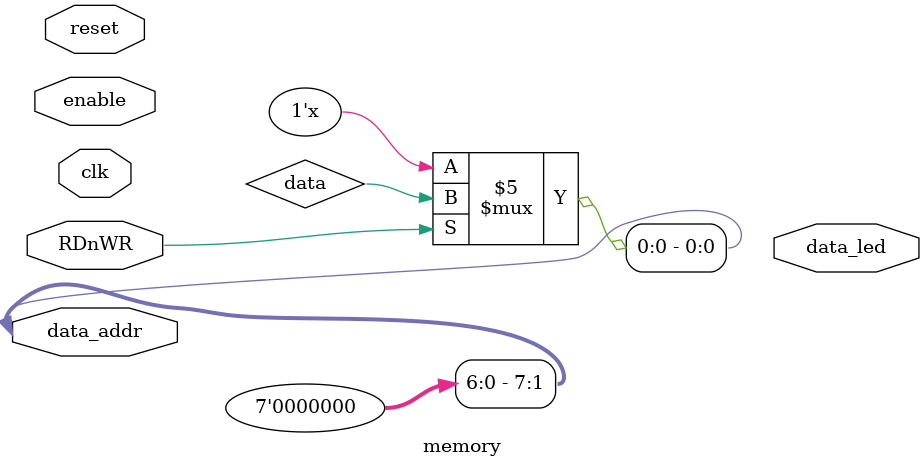
<source format=v>
`timescale 1ns / 1ps


module memory(
    input wire clk,
    input wire reset,
    input wire RDnWR,
    input wire enable,
    inout wire [7:0] data_addr,
    output reg [7:0] data_led
    );

    always @(posedge clk) begin
    
        if (enable == 1) begin
        
            if (RDnWR == 1) begin
            
                data_out <= data;
            
            end
        
        end
    
    end
    assign data_addr = (RDnWR == 0) ? 1'bz : data;
    
endmodule

</source>
